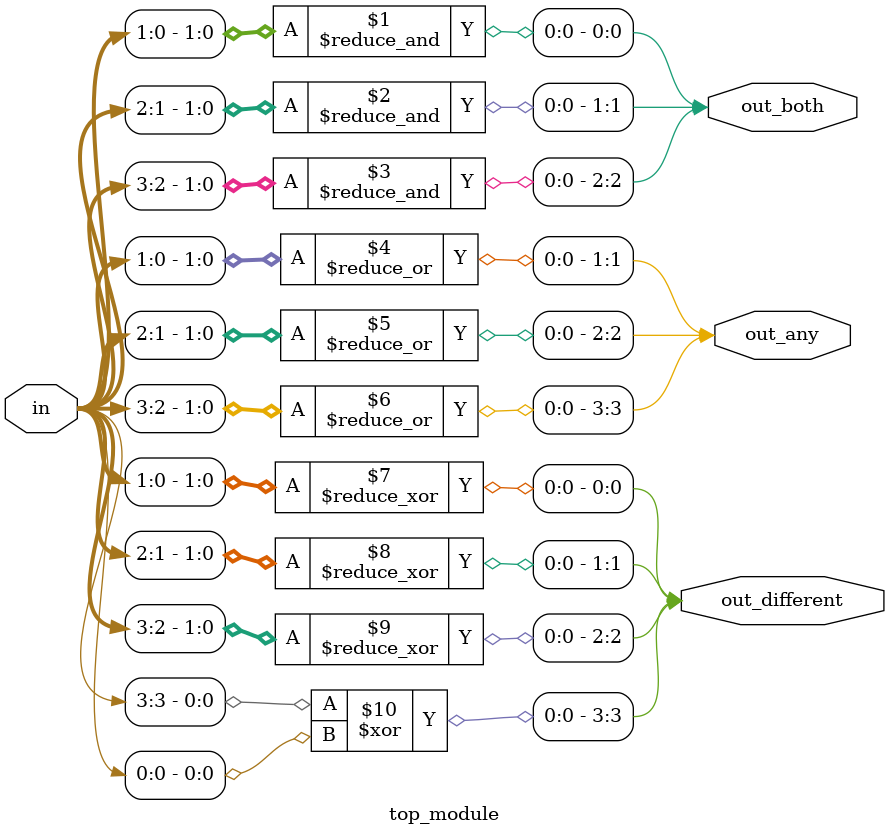
<source format=v>
module top_module( 
    input [3:0] in,
    output [2:0] out_both,
    output [3:1] out_any,
    output [3:0] out_different );


    /*

        in[3]   in[2]   in[1]   in[0]
        0       1       1       0

        out_both[2]     out_both[1]     out_both[0]
          2 & 3            1 & 2       in[0] & in[1]


        out_any[3]      [2]         [1]
        3 | 2           2 | 1       1 | 0        


        out_diff[3]     [2]         [1]         [0]
        3 ^ 0           2 ^ 3       1 ^ 2       1 ^ 0

    */


    assign out_both = {&in[3:2], &in[2:1], &in[1:0]};
    assign out_any = {|in[3:2], |in[2:1], |in[1:0]};
    assign out_different = {in[3] ^ in[0], ^in[3:2], ^in[2:1], ^in[1:0]};

endmodule
</source>
